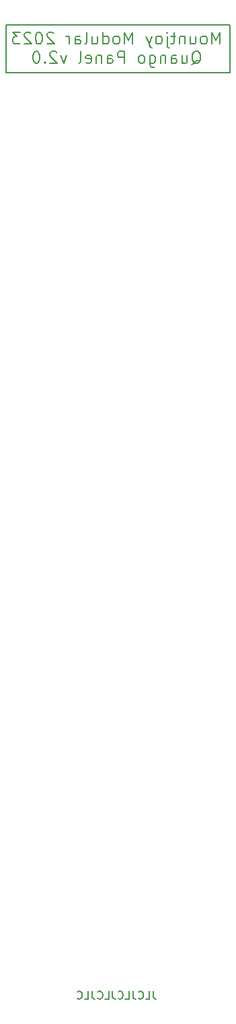
<source format=gbr>
%TF.GenerationSoftware,KiCad,Pcbnew,(6.0.11)*%
%TF.CreationDate,2023-07-06T11:07:26+01:00*%
%TF.ProjectId,Quango_Panel,5175616e-676f-45f5-9061-6e656c2e6b69,rev?*%
%TF.SameCoordinates,Original*%
%TF.FileFunction,Legend,Bot*%
%TF.FilePolarity,Positive*%
%FSLAX46Y46*%
G04 Gerber Fmt 4.6, Leading zero omitted, Abs format (unit mm)*
G04 Created by KiCad (PCBNEW (6.0.11)) date 2023-07-06 11:07:26*
%MOMM*%
%LPD*%
G01*
G04 APERTURE LIST*
%ADD10C,0.150000*%
%ADD11C,0.200000*%
G04 APERTURE END LIST*
D10*
X104800000Y-37950000D02*
X76600000Y-37950000D01*
X76600000Y-37950000D02*
X76600000Y-31950000D01*
X76600000Y-31950000D02*
X104800000Y-31950000D01*
X104800000Y-31950000D02*
X104800000Y-37950000D01*
X95119047Y-153502380D02*
X95119047Y-154216666D01*
X95166666Y-154359523D01*
X95261904Y-154454761D01*
X95404761Y-154502380D01*
X95500000Y-154502380D01*
X94166666Y-154502380D02*
X94642857Y-154502380D01*
X94642857Y-153502380D01*
X93261904Y-154407142D02*
X93309523Y-154454761D01*
X93452380Y-154502380D01*
X93547619Y-154502380D01*
X93690476Y-154454761D01*
X93785714Y-154359523D01*
X93833333Y-154264285D01*
X93880952Y-154073809D01*
X93880952Y-153930952D01*
X93833333Y-153740476D01*
X93785714Y-153645238D01*
X93690476Y-153550000D01*
X93547619Y-153502380D01*
X93452380Y-153502380D01*
X93309523Y-153550000D01*
X93261904Y-153597619D01*
X92547619Y-153502380D02*
X92547619Y-154216666D01*
X92595238Y-154359523D01*
X92690476Y-154454761D01*
X92833333Y-154502380D01*
X92928571Y-154502380D01*
X91595238Y-154502380D02*
X92071428Y-154502380D01*
X92071428Y-153502380D01*
X90690476Y-154407142D02*
X90738095Y-154454761D01*
X90880952Y-154502380D01*
X90976190Y-154502380D01*
X91119047Y-154454761D01*
X91214285Y-154359523D01*
X91261904Y-154264285D01*
X91309523Y-154073809D01*
X91309523Y-153930952D01*
X91261904Y-153740476D01*
X91214285Y-153645238D01*
X91119047Y-153550000D01*
X90976190Y-153502380D01*
X90880952Y-153502380D01*
X90738095Y-153550000D01*
X90690476Y-153597619D01*
X89976190Y-153502380D02*
X89976190Y-154216666D01*
X90023809Y-154359523D01*
X90119047Y-154454761D01*
X90261904Y-154502380D01*
X90357142Y-154502380D01*
X89023809Y-154502380D02*
X89500000Y-154502380D01*
X89500000Y-153502380D01*
X88119047Y-154407142D02*
X88166666Y-154454761D01*
X88309523Y-154502380D01*
X88404761Y-154502380D01*
X88547619Y-154454761D01*
X88642857Y-154359523D01*
X88690476Y-154264285D01*
X88738095Y-154073809D01*
X88738095Y-153930952D01*
X88690476Y-153740476D01*
X88642857Y-153645238D01*
X88547619Y-153550000D01*
X88404761Y-153502380D01*
X88309523Y-153502380D01*
X88166666Y-153550000D01*
X88119047Y-153597619D01*
X87404761Y-153502380D02*
X87404761Y-154216666D01*
X87452380Y-154359523D01*
X87547619Y-154454761D01*
X87690476Y-154502380D01*
X87785714Y-154502380D01*
X86452380Y-154502380D02*
X86928571Y-154502380D01*
X86928571Y-153502380D01*
X85547619Y-154407142D02*
X85595238Y-154454761D01*
X85738095Y-154502380D01*
X85833333Y-154502380D01*
X85976190Y-154454761D01*
X86071428Y-154359523D01*
X86119047Y-154264285D01*
X86166666Y-154073809D01*
X86166666Y-153930952D01*
X86119047Y-153740476D01*
X86071428Y-153645238D01*
X85976190Y-153550000D01*
X85833333Y-153502380D01*
X85738095Y-153502380D01*
X85595238Y-153550000D01*
X85547619Y-153597619D01*
D11*
X103500000Y-34321071D02*
X103500000Y-32821071D01*
X103000000Y-33892500D01*
X102500000Y-32821071D01*
X102500000Y-34321071D01*
X101571428Y-34321071D02*
X101714285Y-34249642D01*
X101785714Y-34178214D01*
X101857142Y-34035357D01*
X101857142Y-33606785D01*
X101785714Y-33463928D01*
X101714285Y-33392500D01*
X101571428Y-33321071D01*
X101357142Y-33321071D01*
X101214285Y-33392500D01*
X101142857Y-33463928D01*
X101071428Y-33606785D01*
X101071428Y-34035357D01*
X101142857Y-34178214D01*
X101214285Y-34249642D01*
X101357142Y-34321071D01*
X101571428Y-34321071D01*
X99785714Y-33321071D02*
X99785714Y-34321071D01*
X100428571Y-33321071D02*
X100428571Y-34106785D01*
X100357142Y-34249642D01*
X100214285Y-34321071D01*
X100000000Y-34321071D01*
X99857142Y-34249642D01*
X99785714Y-34178214D01*
X99071428Y-33321071D02*
X99071428Y-34321071D01*
X99071428Y-33463928D02*
X99000000Y-33392500D01*
X98857142Y-33321071D01*
X98642857Y-33321071D01*
X98500000Y-33392500D01*
X98428571Y-33535357D01*
X98428571Y-34321071D01*
X97928571Y-33321071D02*
X97357142Y-33321071D01*
X97714285Y-32821071D02*
X97714285Y-34106785D01*
X97642857Y-34249642D01*
X97500000Y-34321071D01*
X97357142Y-34321071D01*
X96857142Y-33321071D02*
X96857142Y-34606785D01*
X96928571Y-34749642D01*
X97071428Y-34821071D01*
X97142857Y-34821071D01*
X96857142Y-32821071D02*
X96928571Y-32892500D01*
X96857142Y-32963928D01*
X96785714Y-32892500D01*
X96857142Y-32821071D01*
X96857142Y-32963928D01*
X95928571Y-34321071D02*
X96071428Y-34249642D01*
X96142857Y-34178214D01*
X96214285Y-34035357D01*
X96214285Y-33606785D01*
X96142857Y-33463928D01*
X96071428Y-33392500D01*
X95928571Y-33321071D01*
X95714285Y-33321071D01*
X95571428Y-33392500D01*
X95500000Y-33463928D01*
X95428571Y-33606785D01*
X95428571Y-34035357D01*
X95500000Y-34178214D01*
X95571428Y-34249642D01*
X95714285Y-34321071D01*
X95928571Y-34321071D01*
X94928571Y-33321071D02*
X94571428Y-34321071D01*
X94214285Y-33321071D02*
X94571428Y-34321071D01*
X94714285Y-34678214D01*
X94785714Y-34749642D01*
X94928571Y-34821071D01*
X92500000Y-34321071D02*
X92500000Y-32821071D01*
X92000000Y-33892500D01*
X91500000Y-32821071D01*
X91500000Y-34321071D01*
X90571428Y-34321071D02*
X90714285Y-34249642D01*
X90785714Y-34178214D01*
X90857142Y-34035357D01*
X90857142Y-33606785D01*
X90785714Y-33463928D01*
X90714285Y-33392500D01*
X90571428Y-33321071D01*
X90357142Y-33321071D01*
X90214285Y-33392500D01*
X90142857Y-33463928D01*
X90071428Y-33606785D01*
X90071428Y-34035357D01*
X90142857Y-34178214D01*
X90214285Y-34249642D01*
X90357142Y-34321071D01*
X90571428Y-34321071D01*
X88785714Y-34321071D02*
X88785714Y-32821071D01*
X88785714Y-34249642D02*
X88928571Y-34321071D01*
X89214285Y-34321071D01*
X89357142Y-34249642D01*
X89428571Y-34178214D01*
X89500000Y-34035357D01*
X89500000Y-33606785D01*
X89428571Y-33463928D01*
X89357142Y-33392500D01*
X89214285Y-33321071D01*
X88928571Y-33321071D01*
X88785714Y-33392500D01*
X87428571Y-33321071D02*
X87428571Y-34321071D01*
X88071428Y-33321071D02*
X88071428Y-34106785D01*
X88000000Y-34249642D01*
X87857142Y-34321071D01*
X87642857Y-34321071D01*
X87500000Y-34249642D01*
X87428571Y-34178214D01*
X86500000Y-34321071D02*
X86642857Y-34249642D01*
X86714285Y-34106785D01*
X86714285Y-32821071D01*
X85285714Y-34321071D02*
X85285714Y-33535357D01*
X85357142Y-33392500D01*
X85500000Y-33321071D01*
X85785714Y-33321071D01*
X85928571Y-33392500D01*
X85285714Y-34249642D02*
X85428571Y-34321071D01*
X85785714Y-34321071D01*
X85928571Y-34249642D01*
X86000000Y-34106785D01*
X86000000Y-33963928D01*
X85928571Y-33821071D01*
X85785714Y-33749642D01*
X85428571Y-33749642D01*
X85285714Y-33678214D01*
X84571428Y-34321071D02*
X84571428Y-33321071D01*
X84571428Y-33606785D02*
X84500000Y-33463928D01*
X84428571Y-33392500D01*
X84285714Y-33321071D01*
X84142857Y-33321071D01*
X82571428Y-32963928D02*
X82500000Y-32892500D01*
X82357142Y-32821071D01*
X82000000Y-32821071D01*
X81857142Y-32892500D01*
X81785714Y-32963928D01*
X81714285Y-33106785D01*
X81714285Y-33249642D01*
X81785714Y-33463928D01*
X82642857Y-34321071D01*
X81714285Y-34321071D01*
X80785714Y-32821071D02*
X80642857Y-32821071D01*
X80500000Y-32892500D01*
X80428571Y-32963928D01*
X80357142Y-33106785D01*
X80285714Y-33392500D01*
X80285714Y-33749642D01*
X80357142Y-34035357D01*
X80428571Y-34178214D01*
X80500000Y-34249642D01*
X80642857Y-34321071D01*
X80785714Y-34321071D01*
X80928571Y-34249642D01*
X81000000Y-34178214D01*
X81071428Y-34035357D01*
X81142857Y-33749642D01*
X81142857Y-33392500D01*
X81071428Y-33106785D01*
X81000000Y-32963928D01*
X80928571Y-32892500D01*
X80785714Y-32821071D01*
X79714285Y-32963928D02*
X79642857Y-32892500D01*
X79500000Y-32821071D01*
X79142857Y-32821071D01*
X79000000Y-32892500D01*
X78928571Y-32963928D01*
X78857142Y-33106785D01*
X78857142Y-33249642D01*
X78928571Y-33463928D01*
X79785714Y-34321071D01*
X78857142Y-34321071D01*
X78357142Y-32821071D02*
X77428571Y-32821071D01*
X77928571Y-33392500D01*
X77714285Y-33392500D01*
X77571428Y-33463928D01*
X77500000Y-33535357D01*
X77428571Y-33678214D01*
X77428571Y-34035357D01*
X77500000Y-34178214D01*
X77571428Y-34249642D01*
X77714285Y-34321071D01*
X78142857Y-34321071D01*
X78285714Y-34249642D01*
X78357142Y-34178214D01*
X99964285Y-36878928D02*
X100107142Y-36807500D01*
X100250000Y-36664642D01*
X100464285Y-36450357D01*
X100607142Y-36378928D01*
X100750000Y-36378928D01*
X100678571Y-36736071D02*
X100821428Y-36664642D01*
X100964285Y-36521785D01*
X101035714Y-36236071D01*
X101035714Y-35736071D01*
X100964285Y-35450357D01*
X100821428Y-35307500D01*
X100678571Y-35236071D01*
X100392857Y-35236071D01*
X100250000Y-35307500D01*
X100107142Y-35450357D01*
X100035714Y-35736071D01*
X100035714Y-36236071D01*
X100107142Y-36521785D01*
X100250000Y-36664642D01*
X100392857Y-36736071D01*
X100678571Y-36736071D01*
X98750000Y-35736071D02*
X98750000Y-36736071D01*
X99392857Y-35736071D02*
X99392857Y-36521785D01*
X99321428Y-36664642D01*
X99178571Y-36736071D01*
X98964285Y-36736071D01*
X98821428Y-36664642D01*
X98750000Y-36593214D01*
X97392857Y-36736071D02*
X97392857Y-35950357D01*
X97464285Y-35807500D01*
X97607142Y-35736071D01*
X97892857Y-35736071D01*
X98035714Y-35807500D01*
X97392857Y-36664642D02*
X97535714Y-36736071D01*
X97892857Y-36736071D01*
X98035714Y-36664642D01*
X98107142Y-36521785D01*
X98107142Y-36378928D01*
X98035714Y-36236071D01*
X97892857Y-36164642D01*
X97535714Y-36164642D01*
X97392857Y-36093214D01*
X96678571Y-35736071D02*
X96678571Y-36736071D01*
X96678571Y-35878928D02*
X96607142Y-35807500D01*
X96464285Y-35736071D01*
X96250000Y-35736071D01*
X96107142Y-35807500D01*
X96035714Y-35950357D01*
X96035714Y-36736071D01*
X94678571Y-35736071D02*
X94678571Y-36950357D01*
X94750000Y-37093214D01*
X94821428Y-37164642D01*
X94964285Y-37236071D01*
X95178571Y-37236071D01*
X95321428Y-37164642D01*
X94678571Y-36664642D02*
X94821428Y-36736071D01*
X95107142Y-36736071D01*
X95250000Y-36664642D01*
X95321428Y-36593214D01*
X95392857Y-36450357D01*
X95392857Y-36021785D01*
X95321428Y-35878928D01*
X95250000Y-35807500D01*
X95107142Y-35736071D01*
X94821428Y-35736071D01*
X94678571Y-35807500D01*
X93750000Y-36736071D02*
X93892857Y-36664642D01*
X93964285Y-36593214D01*
X94035714Y-36450357D01*
X94035714Y-36021785D01*
X93964285Y-35878928D01*
X93892857Y-35807500D01*
X93750000Y-35736071D01*
X93535714Y-35736071D01*
X93392857Y-35807500D01*
X93321428Y-35878928D01*
X93250000Y-36021785D01*
X93250000Y-36450357D01*
X93321428Y-36593214D01*
X93392857Y-36664642D01*
X93535714Y-36736071D01*
X93750000Y-36736071D01*
X91464285Y-36736071D02*
X91464285Y-35236071D01*
X90892857Y-35236071D01*
X90750000Y-35307500D01*
X90678571Y-35378928D01*
X90607142Y-35521785D01*
X90607142Y-35736071D01*
X90678571Y-35878928D01*
X90750000Y-35950357D01*
X90892857Y-36021785D01*
X91464285Y-36021785D01*
X89321428Y-36736071D02*
X89321428Y-35950357D01*
X89392857Y-35807500D01*
X89535714Y-35736071D01*
X89821428Y-35736071D01*
X89964285Y-35807500D01*
X89321428Y-36664642D02*
X89464285Y-36736071D01*
X89821428Y-36736071D01*
X89964285Y-36664642D01*
X90035714Y-36521785D01*
X90035714Y-36378928D01*
X89964285Y-36236071D01*
X89821428Y-36164642D01*
X89464285Y-36164642D01*
X89321428Y-36093214D01*
X88607142Y-35736071D02*
X88607142Y-36736071D01*
X88607142Y-35878928D02*
X88535714Y-35807500D01*
X88392857Y-35736071D01*
X88178571Y-35736071D01*
X88035714Y-35807500D01*
X87964285Y-35950357D01*
X87964285Y-36736071D01*
X86678571Y-36664642D02*
X86821428Y-36736071D01*
X87107142Y-36736071D01*
X87250000Y-36664642D01*
X87321428Y-36521785D01*
X87321428Y-35950357D01*
X87250000Y-35807500D01*
X87107142Y-35736071D01*
X86821428Y-35736071D01*
X86678571Y-35807500D01*
X86607142Y-35950357D01*
X86607142Y-36093214D01*
X87321428Y-36236071D01*
X85750000Y-36736071D02*
X85892857Y-36664642D01*
X85964285Y-36521785D01*
X85964285Y-35236071D01*
X84178571Y-35736071D02*
X83821428Y-36736071D01*
X83464285Y-35736071D01*
X82964285Y-35378928D02*
X82892857Y-35307500D01*
X82750000Y-35236071D01*
X82392857Y-35236071D01*
X82250000Y-35307500D01*
X82178571Y-35378928D01*
X82107142Y-35521785D01*
X82107142Y-35664642D01*
X82178571Y-35878928D01*
X83035714Y-36736071D01*
X82107142Y-36736071D01*
X81464285Y-36593214D02*
X81392857Y-36664642D01*
X81464285Y-36736071D01*
X81535714Y-36664642D01*
X81464285Y-36593214D01*
X81464285Y-36736071D01*
X80464285Y-35236071D02*
X80321428Y-35236071D01*
X80178571Y-35307500D01*
X80107142Y-35378928D01*
X80035714Y-35521785D01*
X79964285Y-35807500D01*
X79964285Y-36164642D01*
X80035714Y-36450357D01*
X80107142Y-36593214D01*
X80178571Y-36664642D01*
X80321428Y-36736071D01*
X80464285Y-36736071D01*
X80607142Y-36664642D01*
X80678571Y-36593214D01*
X80750000Y-36450357D01*
X80821428Y-36164642D01*
X80821428Y-35807500D01*
X80750000Y-35521785D01*
X80678571Y-35378928D01*
X80607142Y-35307500D01*
X80464285Y-35236071D01*
M02*

</source>
